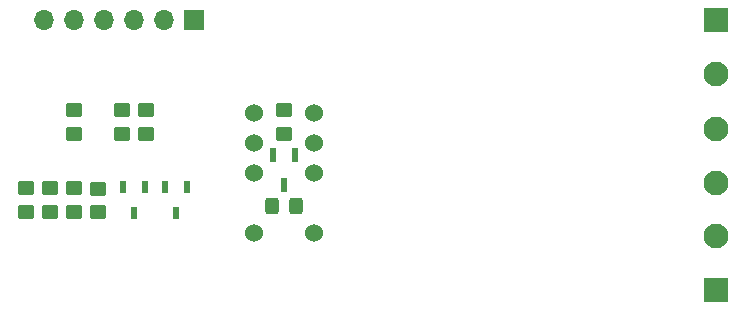
<source format=gbr>
%TF.GenerationSoftware,KiCad,Pcbnew,(6.0.0)*%
%TF.CreationDate,2022-01-02T18:39:14+01:00*%
%TF.ProjectId,esp-door-phone-monitor-v2,6573702d-646f-46f7-922d-70686f6e652d,rev?*%
%TF.SameCoordinates,Original*%
%TF.FileFunction,Soldermask,Bot*%
%TF.FilePolarity,Negative*%
%FSLAX46Y46*%
G04 Gerber Fmt 4.6, Leading zero omitted, Abs format (unit mm)*
G04 Created by KiCad (PCBNEW (6.0.0)) date 2022-01-02 18:39:14*
%MOMM*%
%LPD*%
G01*
G04 APERTURE LIST*
G04 Aperture macros list*
%AMRoundRect*
0 Rectangle with rounded corners*
0 $1 Rounding radius*
0 $2 $3 $4 $5 $6 $7 $8 $9 X,Y pos of 4 corners*
0 Add a 4 corners polygon primitive as box body*
4,1,4,$2,$3,$4,$5,$6,$7,$8,$9,$2,$3,0*
0 Add four circle primitives for the rounded corners*
1,1,$1+$1,$2,$3*
1,1,$1+$1,$4,$5*
1,1,$1+$1,$6,$7*
1,1,$1+$1,$8,$9*
0 Add four rect primitives between the rounded corners*
20,1,$1+$1,$2,$3,$4,$5,0*
20,1,$1+$1,$4,$5,$6,$7,0*
20,1,$1+$1,$6,$7,$8,$9,0*
20,1,$1+$1,$8,$9,$2,$3,0*%
G04 Aperture macros list end*
%ADD10RoundRect,0.250001X0.799999X-0.799999X0.799999X0.799999X-0.799999X0.799999X-0.799999X-0.799999X0*%
%ADD11C,2.100000*%
%ADD12C,1.524000*%
%ADD13RoundRect,0.250001X-0.799999X0.799999X-0.799999X-0.799999X0.799999X-0.799999X0.799999X0.799999X0*%
%ADD14R,1.700000X1.700000*%
%ADD15O,1.700000X1.700000*%
%ADD16RoundRect,0.250000X0.450000X-0.350000X0.450000X0.350000X-0.450000X0.350000X-0.450000X-0.350000X0*%
%ADD17R,0.600000X1.200000*%
%ADD18RoundRect,0.250000X-0.450000X0.350000X-0.450000X-0.350000X0.450000X-0.350000X0.450000X0.350000X0*%
%ADD19R,0.600000X1.100000*%
%ADD20RoundRect,0.250000X-0.325000X-0.450000X0.325000X-0.450000X0.325000X0.450000X-0.325000X0.450000X0*%
G04 APERTURE END LIST*
D10*
%TO.C,J2*%
X175768000Y-110236000D03*
D11*
X175768000Y-105636000D03*
%TD*%
D12*
%TO.C,K1*%
X141732000Y-105410000D03*
X141732000Y-100330000D03*
X141732000Y-97790000D03*
X141732000Y-95250000D03*
X136652000Y-95250000D03*
X136652000Y-97790000D03*
X136652000Y-100330000D03*
X136652000Y-105410000D03*
%TD*%
D13*
%TO.C,J1*%
X175768000Y-87348000D03*
D11*
X175768000Y-91948000D03*
X175768000Y-96548000D03*
X175768000Y-101148000D03*
%TD*%
D14*
%TO.C,J3*%
X131572000Y-87376000D03*
D15*
X129032000Y-87376000D03*
X126492000Y-87376000D03*
X123952000Y-87376000D03*
X121412000Y-87376000D03*
X118872000Y-87376000D03*
%TD*%
D16*
%TO.C,R6*%
X125476000Y-97012000D03*
X125476000Y-95012000D03*
%TD*%
D17*
%TO.C,Q3*%
X138242000Y-98826000D03*
X140142000Y-98826000D03*
X139192000Y-101326000D03*
%TD*%
D16*
%TO.C,R5*%
X119380000Y-103616000D03*
X119380000Y-101616000D03*
%TD*%
D18*
%TO.C,R3*%
X117348000Y-101616000D03*
X117348000Y-103616000D03*
%TD*%
D19*
%TO.C,Q1*%
X125542000Y-101516000D03*
X127442000Y-101516000D03*
X126492000Y-103716000D03*
%TD*%
%TO.C,Q2*%
X129098000Y-101516000D03*
X130998000Y-101516000D03*
X130048000Y-103716000D03*
%TD*%
D16*
%TO.C,R8*%
X127508000Y-97012000D03*
X127508000Y-95012000D03*
%TD*%
D20*
%TO.C,D4*%
X138167000Y-103124000D03*
X140217000Y-103124000D03*
%TD*%
D18*
%TO.C,R25*%
X121412000Y-95012000D03*
X121412000Y-97012000D03*
%TD*%
%TO.C,R24*%
X139192000Y-95012000D03*
X139192000Y-97012000D03*
%TD*%
D16*
%TO.C,R7*%
X123444000Y-103632000D03*
X123444000Y-101632000D03*
%TD*%
D18*
%TO.C,R4*%
X121412000Y-101616000D03*
X121412000Y-103616000D03*
%TD*%
M02*

</source>
